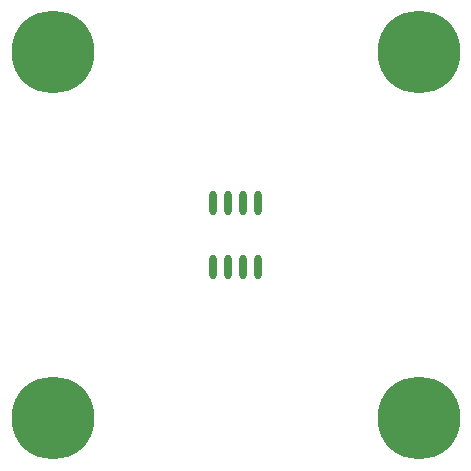
<source format=gbs>
G04 Layer: BottomSolderMaskLayer*
G04 EasyEDA Pro v2.1.35.b8f67982.0908df, 2023-11-24 13:13:42*
G04 Gerber Generator version 0.3*
G04 Scale: 100 percent, Rotated: No, Reflected: No*
G04 Dimensions in millimeters*
G04 Leading zeros omitted, absolute positions, 3 integers and 3 decimals*
%FSLAX33Y33*%
%MOMM*%
%ADD10C,7.005*%
%ADD11O,0.67X2.052*%
G75*


G04 Circle Start*
G54D10*
G01X-15500Y-15500D03*
G01X15500Y-15500D03*
G01X-15500Y15500D03*
G01X15500Y15500D03*
G04 Circle End*

G04 Pad Start*
G54D11*
G01X-1905Y2705D03*
G01X-635Y2705D03*
G01X635Y2705D03*
G01X1905Y2705D03*
G01X-1905Y-2705D03*
G01X-635Y-2705D03*
G01X635Y-2705D03*
G01X1905Y-2705D03*
G04 Pad End*

M02*

</source>
